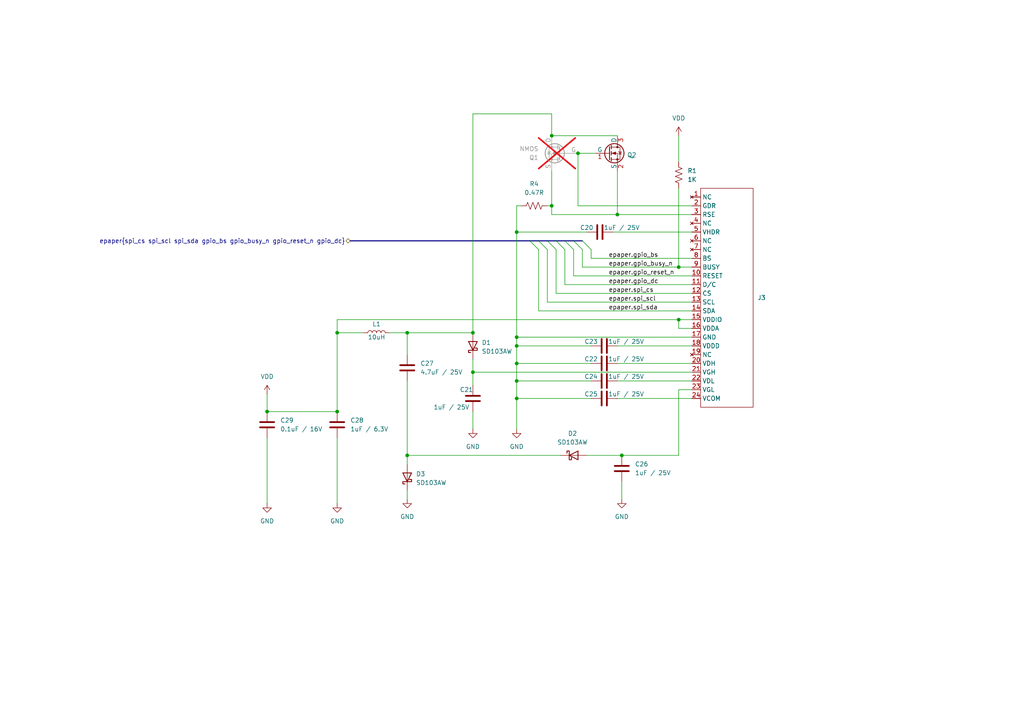
<source format=kicad_sch>
(kicad_sch (version 20231120) (generator "eeschema") (generator_version "8.0")
  (paper "A4")
  (title_block (title "Epaper Drive"))
  (lib_symbols
    (symbol "Device:C" (pin_numbers hide) (pin_names (offset 0.254))
      (property "Reference" "C" (at 0.635 2.54 0))
      (property "Value" "C" (at 0.635 -2.54 0))
      (symbol "C_0_1"
        (polyline (pts (xy -2.032 -0.762) (xy 2.032 -0.762)) (stroke (width 0.508)))
        (polyline (pts (xy -2.032 0.762) (xy 2.032 0.762)) (stroke (width 0.508)))
      )
      (symbol "C_1_1"
        (pin passive line (at 0 3.81 270) (length 2.794) (name "~") (number "1"))
        (pin passive line (at 0 -3.81 90) (length 2.794) (name "~") (number "2"))
      )
    )
    (symbol "Device:R_US" (pin_numbers hide) (pin_names (offset 0))
      (property "Reference" "R" (at 2.54 0 90))
      (property "Value" "R_US" (at -2.54 0 90))
      (symbol "R_US_0_1"
        (polyline (pts (xy 0 -2.286) (xy 0 -2.54)))
        (polyline (pts (xy 0 2.286) (xy 0 2.54)))
        (polyline (pts (xy 0 -0.762) (xy 1.016 -1.143) (xy 0 -1.524) (xy -1.016 -1.905) (xy 0 -2.286)))
        (polyline (pts (xy 0 0.762) (xy 1.016 0.381) (xy 0 0) (xy -1.016 -0.381) (xy 0 -0.762)))
        (polyline (pts (xy 0 2.286) (xy 1.016 1.905) (xy 0 1.524) (xy -1.016 1.143) (xy 0 0.762)))
      )
      (symbol "R_US_1_1"
        (pin passive line (at 0 3.81 270) (length 1.27) (name "~") (number "1"))
        (pin passive line (at 0 -3.81 90) (length 1.27) (name "~") (number "2"))
      )
    )
    (symbol "NoahDisplays:E2154QS0F1"
      (property "Reference" "U" (at 0 0 0))
      (symbol "E2154QS0F1_0_0"
        (pin no_connect line (at 0 0 0) (length 2.54) (name "NC") (number "1"))
        (pin input line (at 0 -22.86 0) (length 2.54) (name "RESET") (number "10"))
        (pin input line (at 0 -25.4 0) (length 2.54) (name "D/C") (number "11"))
        (pin input line (at 0 -27.94 0) (length 2.54) (name "CS") (number "12"))
        (pin input line (at 0 -30.48 0) (length 2.54) (name "SCL") (number "13"))
        (pin input line (at 0 -33.02 0) (length 2.54) (name "SDA") (number "14"))
        (pin power_in line (at 0 -35.56 0) (length 2.54) (name "VDDIO") (number "15"))
        (pin power_in line (at 0 -38.1 0) (length 2.54) (name "VDDA") (number "16"))
        (pin power_in line (at 0 -40.64 0) (length 2.54) (name "GND") (number "17"))
        (pin power_in line (at 0 -43.18 0) (length 2.54) (name "VDDD") (number "18"))
        (pin no_connect line (at 0 -45.72 0) (length 2.54) (name "NC") (number "19"))
        (pin input line (at 0 -2.54 0) (length 2.54) (name "GDR") (number "2"))
        (pin power_in line (at 0 -48.26 0) (length 2.54) (name "VDH") (number "20"))
        (pin power_in line (at 0 -50.8 0) (length 2.54) (name "VGH") (number "21"))
        (pin power_in line (at 0 -53.34 0) (length 2.54) (name "VDL") (number "22"))
        (pin power_in line (at 0 -55.88 0) (length 2.54) (name "VGL") (number "23"))
        (pin power_in line (at 0 -58.42 0) (length 2.54) (name "VCOM") (number "24"))
        (pin input line (at 0 -5.08 0) (length 2.54) (name "RSE") (number "3"))
        (pin no_connect line (at 0 -7.62 0) (length 2.54) (name "NC") (number "4"))
        (pin power_in line (at 0 -10.16 0) (length 2.54) (name "VHDR") (number "5"))
        (pin no_connect line (at 0 -12.7 0) (length 2.54) (name "NC") (number "6"))
        (pin no_connect line (at 0 -15.24 0) (length 2.54) (name "NC") (number "7"))
        (pin power_in line (at 0 -17.78 0) (length 2.54) (name "BS") (number "8"))
        (pin output line (at 0 -20.32 0) (length 2.54) (name "BUSY") (number "9"))
      )
      (symbol "E2154QS0F1_0_1"
        (rectangle (start 2.54 2.54) (end 17.78 -60.96))
      )
    )
    (symbol "NoahLibrary:MCH3478" (pin_numbers hide) (pin_names (offset 0))
      (property "Reference" "Q1" (at 6.35 1.27 0))
      (property "Value" "NMOS" (at 6.35 -1.27 0))
      (symbol "MCH3478_0_1"
        (polyline (pts (xy 0.254 0) (xy -2.54 0)))
        (polyline (pts (xy 0.254 1.905) (xy 0.254 -1.905)) (stroke (width 0.254)))
        (polyline (pts (xy 0.762 -1.27) (xy 0.762 -2.286)) (stroke (width 0.254)))
        (polyline (pts (xy 0.762 0.508) (xy 0.762 -0.508)) (stroke (width 0.254)))
        (polyline (pts (xy 0.762 2.286) (xy 0.762 1.27)) (stroke (width 0.254)))
        (polyline (pts (xy 2.54 2.54) (xy 2.54 1.778)))
        (polyline (pts (xy 2.54 -2.54) (xy 2.54 0) (xy 0.762 0)))
        (polyline (pts (xy 0.762 -1.778) (xy 3.302 -1.778) (xy 3.302 1.778) (xy 0.762 1.778)))
        (polyline (pts (xy 1.016 0) (xy 2.032 0.381) (xy 2.032 -0.381) (xy 1.016 0)) (fill (type outline)))
        (polyline (pts (xy 2.794 0.508) (xy 2.921 0.381) (xy 3.683 0.381) (xy 3.81 0.254)))
        (polyline (pts (xy 3.302 0.381) (xy 2.921 -0.254) (xy 3.683 -0.254) (xy 3.302 0.381)))
        (circle (center 1.651 0) (radius 2.794) (stroke (width 0.254)))
        (circle (center 2.54 -1.778) (radius 0.254) (fill (type outline)))
        (circle (center 2.54 1.778) (radius 0.254) (fill (type outline)))
      )
      (symbol "MCH3478_1_1"
        (pin passive line (at 2.54 5.08 270) (length 2.54) (name "D") (number "1"))
        (pin input line (at -5.08 0 0) (length 2.54) (name "G") (number "2"))
        (pin passive line (at 2.54 -5.08 90) (length 2.54) (name "S") (number "3"))
      )
    )
    (symbol "NoahLibrary:PJM02N60SA" (pin_names (offset 0))
      (property "Reference" "Q" (at 4.572 0 0))
      (symbol "PJM02N60SA_0_1"
        (polyline (pts (xy -1.016 0) (xy -3.81 0)))
        (polyline (pts (xy -1.016 1.905) (xy -1.016 -1.905)) (stroke (width 0.254)))
        (polyline (pts (xy -0.508 -1.27) (xy -0.508 -2.286)) (stroke (width 0.254)))
        (polyline (pts (xy -0.508 0.508) (xy -0.508 -0.508)) (stroke (width 0.254)))
        (polyline (pts (xy -0.508 2.286) (xy -0.508 1.27)) (stroke (width 0.254)))
        (polyline (pts (xy 1.27 2.54) (xy 1.27 1.778)))
        (polyline (pts (xy 1.27 -2.54) (xy 1.27 0) (xy -0.508 0)))
        (polyline (pts (xy -0.508 -1.778) (xy 2.032 -1.778) (xy 2.032 1.778) (xy -0.508 1.778)))
        (polyline (pts (xy -0.254 0) (xy 0.762 0.381) (xy 0.762 -0.381) (xy -0.254 0)) (fill (type outline)))
        (polyline (pts (xy 1.524 0.508) (xy 1.651 0.381) (xy 2.413 0.381) (xy 2.54 0.254)))
        (polyline (pts (xy 2.032 0.381) (xy 1.651 -0.254) (xy 2.413 -0.254) (xy 2.032 0.381)))
        (circle (center 0.381 0) (radius 2.794) (stroke (width 0.254)))
        (circle (center 1.27 -1.778) (radius 0.254) (fill (type outline)))
        (circle (center 1.27 1.778) (radius 0.254) (fill (type outline)))
      )
      (symbol "PJM02N60SA_1_1"
        (pin input line (at -5.08 0 0) (length 2.54) (name "G") (number "1"))
        (pin passive line (at 1.27 -5.08 90) (length 2.54) (name "S") (number "2"))
        (pin passive line (at 1.27 5.08 270) (length 2.54) (name "D") (number "3"))
      )
    )
    (symbol "NoahLibrary:SDR0302-100ML" (pin_numbers hide) (pin_names (offset 1.016) hide)
      (property "Reference" "L" (at -1.27 0 90))
      (property "Value" "L" (at 1.905 0 90))
      (symbol "SDR0302-100ML_0_1"
        (arc (start 0 -2.54) (mid 0.6323 -1.905) (end 0 -1.27))
        (arc (start 0 -1.27) (mid 0.6323 -0.635) (end 0 0))
        (arc (start 0 0) (mid 0.6323 0.635) (end 0 1.27))
        (arc (start 0 1.27) (mid 0.6323 1.905) (end 0 2.54))
      )
      (symbol "SDR0302-100ML_1_1"
        (pin passive line (at 0 3.81 270) (length 1.27) (name "1") (number "1"))
        (pin passive line (at 0 -3.81 90) (length 1.27) (name "2") (number "2"))
      )
    )
    (symbol "NoahLibrary:SS2040FL" (pin_numbers hide) (pin_names (offset 1.016) hide)
      (property "Reference" "D2" (at 0.9525 -2.54 90))
      (property "Value" "SS2040FL" (at -1.5875 -2.54 90))
      (symbol "SS2040FL_0_1"
        (polyline (pts (xy 1.27 0) (xy -1.27 0)))
        (polyline (pts (xy 1.27 1.27) (xy 1.27 -1.27) (xy -1.27 0) (xy 1.27 1.27)) (stroke (width 0.254)))
        (polyline (pts (xy -1.905 0.635) (xy -1.905 1.27) (xy -1.27 1.27) (xy -1.27 -1.27) (xy -0.635 -1.27) (xy -0.635 -0.635)) (stroke (width 0.254)))
      )
      (symbol "SS2040FL_1_1"
        (pin passive line (at -3.81 0 0) (length 2.54) (name "K") (number "1"))
        (pin passive line (at 3.81 0 180) (length 2.54) (name "A") (number "2"))
      )
    )
    (symbol "power:GND" (power) (pin_numbers hide) (pin_names (offset 0) hide)
      (property "Value" "GND" (at 0 -3.81 0))
      (symbol "GND_0_1"
        (polyline (pts (xy 0 0) (xy 0 -1.27) (xy 1.27 -1.27) (xy 0 -2.54) (xy -1.27 -1.27) (xy 0 -1.27)))
      )
      (symbol "GND_1_1"
        (pin power_in line (at 0 0 270) (length 0) (name "~") (number "1"))
      )
    )
    (symbol "power:VDD" (power) (pin_numbers hide) (pin_names (offset 0) hide)
      (property "Value" "VDD" (at 0 3.556 0))
      (symbol "VDD_0_1"
        (polyline (pts (xy -0.762 1.27) (xy 0 2.54)))
        (polyline (pts (xy 0 0) (xy 0 2.54)))
        (polyline (pts (xy 0 2.54) (xy 0.762 1.27)))
      )
      (symbol "VDD_1_1"
        (pin power_in line (at 0 0 90) (length 0) (name "~") (number "1"))
      )
    )
  )
  (junction (at 167.64 44.45))
  (junction (at 118.11 132.08))
  (junction (at 160.02 59.69))
  (junction (at 97.79 96.52))
  (junction (at 179.07 62.23))
  (junction (at 137.16 107.95))
  (junction (at 149.86 105.41))
  (junction (at 149.86 97.79))
  (junction (at 149.86 100.33))
  (junction (at 160.02 39.37))
  (junction (at 180.34 132.08))
  (junction (at 196.85 92.71))
  (junction (at 137.16 96.52))
  (junction (at 149.86 110.49))
  (junction (at 196.85 77.47))
  (junction (at 149.86 115.57))
  (junction (at 77.47 119.38))
  (junction (at 149.86 67.31))
  (junction (at 118.11 96.52))
  (junction (at 97.79 119.38))
  (bus_entry (at 168.91 69.85) (size 2.54 2.54))
  (bus_entry (at 161.29 69.85) (size 2.54 2.54))
  (bus_entry (at 156.21 69.85) (size 2.54 2.54))
  (bus_entry (at 158.75 69.85) (size 2.54 2.54))
  (bus_entry (at 163.83 69.85) (size 2.54 2.54))
  (bus_entry (at 153.67 69.85) (size 2.54 2.54))
  (bus_entry (at 166.37 69.85) (size 2.54 2.54))
  (wire (pts (xy 166.37 72.39) (xy 166.37 80.01)))
  (wire (pts (xy 177.8 67.31) (xy 200.66 67.31)))
  (bus (pts (xy 101.6 69.85) (xy 153.67 69.85)))
  (wire (pts (xy 170.18 132.08) (xy 180.34 132.08)))
  (wire (pts (xy 179.07 62.23) (xy 160.02 62.23)))
  (wire (pts (xy 118.11 102.87) (xy 118.11 96.52)))
  (wire (pts (xy 161.29 72.39) (xy 161.29 85.09)))
  (wire (pts (xy 113.03 96.52) (xy 118.11 96.52)))
  (wire (pts (xy 97.79 96.52) (xy 97.79 92.71)))
  (wire (pts (xy 179.07 100.33) (xy 200.66 100.33)))
  (wire (pts (xy 168.91 72.39) (xy 168.91 77.47)))
  (wire (pts (xy 149.86 105.41) (xy 149.86 110.49)))
  (wire (pts (xy 196.85 92.71) (xy 200.66 92.71)))
  (wire (pts (xy 118.11 142.24) (xy 118.11 144.78)))
  (wire (pts (xy 149.86 110.49) (xy 171.45 110.49)))
  (wire (pts (xy 118.11 134.62) (xy 118.11 132.08)))
  (wire (pts (xy 149.86 115.57) (xy 171.45 115.57)))
  (wire (pts (xy 137.16 119.38) (xy 137.16 124.46)))
  (wire (pts (xy 179.07 105.41) (xy 200.66 105.41)))
  (wire (pts (xy 160.02 39.37) (xy 179.07 39.37)))
  (wire (pts (xy 149.86 100.33) (xy 171.45 100.33)))
  (wire (pts (xy 156.21 72.39) (xy 156.21 90.17)))
  (wire (pts (xy 163.83 82.55) (xy 200.66 82.55)))
  (wire (pts (xy 149.86 67.31) (xy 149.86 97.79)))
  (wire (pts (xy 97.79 96.52) (xy 97.79 119.38)))
  (wire (pts (xy 196.85 54.61) (xy 196.85 77.47)))
  (wire (pts (xy 105.41 96.52) (xy 97.79 96.52)))
  (wire (pts (xy 167.64 44.45) (xy 172.72 44.45)))
  (wire (pts (xy 149.86 97.79) (xy 149.86 100.33)))
  (wire (pts (xy 196.85 113.03) (xy 196.85 132.08)))
  (bus (pts (xy 163.83 69.85) (xy 166.37 69.85)))
  (bus (pts (xy 166.37 69.85) (xy 168.91 69.85)))
  (wire (pts (xy 156.21 90.17) (xy 200.66 90.17)))
  (wire (pts (xy 149.86 59.69) (xy 151.13 59.69)))
  (wire (pts (xy 180.34 139.7) (xy 180.34 144.78)))
  (wire (pts (xy 77.47 119.38) (xy 97.79 119.38)))
  (wire (pts (xy 179.07 110.49) (xy 200.66 110.49)))
  (wire (pts (xy 196.85 95.25) (xy 200.66 95.25)))
  (wire (pts (xy 97.79 127) (xy 97.79 146.05)))
  (bus (pts (xy 158.75 69.85) (xy 161.29 69.85)))
  (wire (pts (xy 137.16 33.02) (xy 137.16 96.52)))
  (wire (pts (xy 137.16 107.95) (xy 200.66 107.95)))
  (wire (pts (xy 97.79 92.71) (xy 196.85 92.71)))
  (wire (pts (xy 118.11 96.52) (xy 137.16 96.52)))
  (wire (pts (xy 118.11 132.08) (xy 162.56 132.08)))
  (wire (pts (xy 200.66 113.03) (xy 196.85 113.03)))
  (wire (pts (xy 149.86 105.41) (xy 171.45 105.41)))
  (wire (pts (xy 166.37 80.01) (xy 200.66 80.01)))
  (wire (pts (xy 137.16 107.95) (xy 137.16 111.76)))
  (wire (pts (xy 158.75 87.63) (xy 200.66 87.63)))
  (bus (pts (xy 156.21 69.85) (xy 158.75 69.85)))
  (wire (pts (xy 158.75 59.69) (xy 160.02 59.69)))
  (wire (pts (xy 77.47 127) (xy 77.47 146.05)))
  (wire (pts (xy 137.16 33.02) (xy 160.02 33.02)))
  (wire (pts (xy 160.02 33.02) (xy 160.02 39.37)))
  (wire (pts (xy 149.86 110.49) (xy 149.86 115.57)))
  (wire (pts (xy 160.02 49.53) (xy 160.02 59.69)))
  (wire (pts (xy 196.85 39.37) (xy 196.85 46.99)))
  (wire (pts (xy 171.45 72.39) (xy 171.45 74.93)))
  (wire (pts (xy 168.91 77.47) (xy 196.85 77.47)))
  (wire (pts (xy 149.86 100.33) (xy 149.86 105.41)))
  (wire (pts (xy 179.07 49.53) (xy 179.07 62.23)))
  (wire (pts (xy 149.86 67.31) (xy 170.18 67.31)))
  (wire (pts (xy 196.85 92.71) (xy 196.85 95.25)))
  (wire (pts (xy 196.85 132.08) (xy 180.34 132.08)))
  (wire (pts (xy 77.47 114.3) (xy 77.47 119.38)))
  (wire (pts (xy 200.66 62.23) (xy 179.07 62.23)))
  (bus (pts (xy 161.29 69.85) (xy 163.83 69.85)))
  (wire (pts (xy 179.07 115.57) (xy 200.66 115.57)))
  (wire (pts (xy 161.29 85.09) (xy 200.66 85.09)))
  (wire (pts (xy 149.86 59.69) (xy 149.86 67.31)))
  (wire (pts (xy 158.75 72.39) (xy 158.75 87.63)))
  (wire (pts (xy 149.86 97.79) (xy 200.66 97.79)))
  (wire (pts (xy 160.02 62.23) (xy 160.02 59.69)))
  (wire (pts (xy 171.45 74.93) (xy 200.66 74.93)))
  (wire (pts (xy 149.86 115.57) (xy 149.86 124.46)))
  (wire (pts (xy 163.83 72.39) (xy 163.83 82.55)))
  (bus (pts (xy 153.67 69.85) (xy 156.21 69.85)))
  (wire (pts (xy 200.66 59.69) (xy 167.64 59.69)))
  (wire (pts (xy 118.11 110.49) (xy 118.11 132.08)))
  (wire (pts (xy 167.64 59.69) (xy 167.64 44.45)))
  (wire (pts (xy 137.16 104.14) (xy 137.16 107.95)))
  (wire (pts (xy 196.85 77.47) (xy 200.66 77.47)))
  (label "epaper.gpio_dc" (at 176.53 82.55 0))
  (label "epaper.spi_cs" (at 176.53 85.09 0))
  (label "epaper.gpio_busy_n" (at 176.53 77.47 0))
  (label "epaper.gpio_reset_n" (at 176.53 80.01 0))
  (label "epaper.gpio_bs" (at 176.53 74.93 0))
  (label "epaper.spi_sda" (at 176.53 90.17 0))
  (label "epaper.spi_scl" (at 176.53 87.63 0))
  (hierarchical_label "epaper{spi_cs spi_scl spi_sda gpio_bs gpio_busy_n gpio_reset_n gpio_dc}" (shape bidirectional) (at 101.6 69.85 180))
  (symbol (lib_id "Device:C") (at 173.99 67.31 90) (unit 1)
    (property "Reference" "C20" (at 170.18 66.04 90))
    (property "Value" "1uF / 25V" (at 180.34 66.04 90))
    (property "Footprint" "Capacitor_SMD:C_0603_1608Metric" (effects (hide yes)))
    (property "Description" "Unpolarized capacitor" (effects (hide yes)))
    (property "Link To Purchase" "https://www.mouser.com/ProductDetail/TDK/C1608X7R1E105K080AE?qs=nQSIdc08i%252BfyEFRFVNTRxQ%3D%3D" (effects (hide yes)))
    (property "Part Number" "CC0603KRX7R8BB105" (effects (hide yes)))
    (property "JLCPCB Part #" "C106858" (effects (hide yes)))
    (property "LCSC Part Number" "C106858" (effects (hide yes)))
  )
  (symbol (lib_id "Device:C") (at 137.16 115.57 180) (unit 1)
    (property "Reference" "C21" (at 133.35 113.03 0) (effects (justify right)))
    (property "Value" "1uF / 25V" (at 125.73 118.11 0) (effects (justify right)))
    (property "Footprint" "Capacitor_SMD:C_0603_1608Metric" (effects (hide yes)))
    (property "Description" "Unpolarized capacitor" (effects (hide yes)))
    (property "Link To Purchase" "https://www.mouser.com/ProductDetail/TDK/C1608X7R1E105K080AE?qs=nQSIdc08i%252BfyEFRFVNTRxQ%3D%3D" (effects (hide yes)))
    (property "Part Number" "CC0603KRX7R8BB105" (effects (hide yes)))
    (property "JLCPCB Part #" "C106858" (effects (hide yes)))
    (property "LCSC Part Number" "C106858" (effects (hide yes)))
  )
  (symbol (lib_id "power:VDD") (at 196.85 39.37 0) (unit 1)
    (property "Reference" "#PWR05" (effects (hide yes)))
    (property "Value" "VDD" (at 196.85 34.29 0))
    (property "Description" "Power symbol creates a global label with name \"VDD\"" (effects (hide yes)))
  )
  (symbol (lib_id "NoahLibrary:MCH3478") (at 162.56 44.45 0) (mirror y) (unit 1) (dnp yes)
    (property "Reference" "Q1" (at 156.21 45.72 0) (effects (justify left)))
    (property "Value" "NMOS" (at 156.21 43.18 0) (effects (justify left)))
    (property "Footprint" "Package_TO_SOT_SMD:SOT-323_SC-70" (effects (hide yes)))
    (property "Datasheet" "https://ngspice.sourceforge.io/docs/ngspice-manual.pdf" (effects (hide yes)))
    (property "Description" "N-MOSFET transistor, drain/source/gate" (effects (hide yes)))
    (property "Sim.Device" "NMOS" (effects (hide yes)))
    (property "Sim.Type" "VDMOS" (effects (hide yes)))
    (property "Sim.Pins" "1=D 2=G 3=S" (effects (hide yes)))
    (property "Part Number" "RTF016N05TL" (effects (hide yes)))
    (property "Link To Purchase" "https://www.mouser.com/ProductDetail/755-RTF016N05TL" (effects (hide yes)))
    (property "JLCPCB Part #" "C3282000" (effects (hide yes)))
    (property "LCSC Part Number" "C3282000" (effects (hide yes)))
  )
  (symbol (lib_id "power:GND") (at 137.16 124.46 0) (unit 1)
    (property "Reference" "#PWR017" (effects (hide yes)))
    (property "Value" "GND" (at 137.16 129.54 0))
    (property "Description" "Power symbol creates a global label with name \"GND\" , ground" (effects (hide yes)))
  )
  (symbol (lib_id "Device:C") (at 175.26 100.33 90) (unit 1)
    (property "Reference" "C23" (at 171.45 99.06 90))
    (property "Value" "1uF / 25V" (at 181.61 99.06 90))
    (property "Footprint" "Capacitor_SMD:C_0603_1608Metric" (effects (hide yes)))
    (property "Description" "Unpolarized capacitor" (effects (hide yes)))
    (property "Link To Purchase" "https://www.mouser.com/ProductDetail/TDK/C1608X7R1E105K080AE?qs=nQSIdc08i%252BfyEFRFVNTRxQ%3D%3D" (effects (hide yes)))
    (property "Part Number" "CC0603KRX7R8BB105" (effects (hide yes)))
    (property "JLCPCB Part #" "C106858" (effects (hide yes)))
    (property "LCSC Part Number" "C106858" (effects (hide yes)))
  )
  (symbol (lib_id "Device:C") (at 180.34 135.89 180) (unit 1)
    (property "Reference" "C26" (at 184.15 134.62 0) (effects (justify right)))
    (property "Value" "1uF / 25V" (at 184.15 137.16 0) (effects (justify right)))
    (property "Footprint" "Capacitor_SMD:C_0603_1608Metric" (effects (hide yes)))
    (property "Description" "Unpolarized capacitor" (effects (hide yes)))
    (property "Link To Purchase" "https://www.mouser.com/ProductDetail/TDK/C1608X7R1E105K080AE?qs=nQSIdc08i%252BfyEFRFVNTRxQ%3D%3D" (effects (hide yes)))
    (property "Part Number" "CC0603KRX7R8BB105" (effects (hide yes)))
    (property "JLCPCB Part #" "C106858" (effects (hide yes)))
    (property "LCSC Part Number" "C106858" (effects (hide yes)))
  )
  (symbol (lib_id "NoahLibrary:SS2040FL") (at 137.16 100.33 90) (unit 1)
    (property "Reference" "D1" (at 139.7 99.3775 90) (effects (justify right)))
    (property "Value" "SD103AW" (at 139.7 101.9175 90) (effects (justify right)))
    (property "Footprint" "Diode_SMD:D_SOD-123" (effects (hide yes)))
    (property "Description" "Schottky diode" (effects (hide yes)))
    (property "Part Number" "SD103AW" (effects (hide yes)))
    (property "JLCPCB Part #" "C181204" (effects (hide yes)))
    (property "LCSC Part Number" "C181204" (effects (hide yes)))
  )
  (symbol (lib_id "Device:C") (at 97.79 123.19 0) (unit 1)
    (property "Reference" "C28" (at 101.6 121.92 0) (effects (justify left)))
    (property "Value" "1uF / 6.3V" (at 101.6 124.46 0) (effects (justify left)))
    (property "Footprint" "Capacitor_SMD:C_0402_1005Metric" (effects (hide yes)))
    (property "Description" "Unpolarized capacitor" (effects (hide yes)))
    (property "Link To Purchase" "https://www.mouser.com/ProductDetail/KYOCERA-AVX/KGM05AR50J105KH?qs=Jm2GQyTW%2Fbh6d600MHZCfA%3D%3D" (effects (hide yes)))
    (property "Part Number" "C1005X5R105KCT" (effects (hide yes)))
    (property "JLCPCB Part #" "C258509" (effects (hide yes)))
    (property "LCSC Part Number" "C258509" (effects (hide yes)))
  )
  (symbol (lib_id "Device:R_US") (at 154.94 59.69 90) (unit 1)
    (property "Reference" "R4" (at 154.94 53.34 90))
    (property "Value" "0.47R" (at 154.94 55.88 90))
    (property "Footprint" "Resistor_SMD:R_0805_2012Metric" (effects (hide yes)))
    (property "Description" "Resistor, US symbol" (effects (hide yes)))
    (property "Link To Purchase" "https://www.mouser.com/ProductDetail/Panasonic/ERJ-U6QJR47V?qs=5aG0NVq1C4wLyK2PwyO%252BIA%3D%3D" (effects (hide yes)))
    (property "Part Number" "ERJ-U6QJR47V" (effects (hide yes)))
    (property "JLCPCB Part #" "C491238" (effects (hide yes)))
    (property "LCSC Part Number" "C491238" (effects (hide yes)))
  )
  (symbol (lib_id "NoahLibrary:SS2040FL") (at 166.37 132.08 0) (unit 1)
    (property "Reference" "D2" (at 166.0525 125.73 0))
    (property "Value" "SD103AW" (at 166.0525 128.27 0))
    (property "Footprint" "Diode_SMD:D_SOD-123" (effects (hide yes)))
    (property "Description" "Schottky diode" (effects (hide yes)))
    (property "Part Number" "SD103AW" (effects (hide yes)))
    (property "JLCPCB Part #" "C181204" (effects (hide yes)))
    (property "LCSC Part Number" "C181204" (effects (hide yes)))
  )
  (symbol (lib_id "Device:R_US") (at 196.85 50.8 180) (unit 1)
    (property "Reference" "R1" (at 199.39 49.53 0) (effects (justify right)))
    (property "Value" "1K" (at 199.39 52.07 0) (effects (justify right)))
    (property "Footprint" "Resistor_SMD:R_0603_1608Metric" (effects (hide yes)))
    (property "Description" "Resistor, US symbol" (effects (hide yes)))
    (property "Link To Purchase" "https://www.mouser.com/ProductDetail/Vishay-Dale/CRCW06031K00DHEBP?qs=sGAEpiMZZMtlubZbdhIBIEwnecvLzJsplaoLteA%252BENo%3D" (effects (hide yes)))
    (property "Part Number" "AC0603JR-071KL" (effects (hide yes)))
    (property "JLCPCB Part #" "C144622" (effects (hide yes)))
    (property "LCSC Part Number" "C144622" (effects (hide yes)))
  )
  (symbol (lib_id "NoahLibrary:SS2040FL") (at 118.11 138.43 90) (unit 1)
    (property "Reference" "D3" (at 120.65 137.4775 90) (effects (justify right)))
    (property "Value" "SD103AW" (at 120.65 140.0175 90) (effects (justify right)))
    (property "Footprint" "Diode_SMD:D_SOD-123" (effects (hide yes)))
    (property "Description" "Schottky diode" (effects (hide yes)))
    (property "Part Number" "SD103AW" (effects (hide yes)))
    (property "JLCPCB Part #" "C181204" (effects (hide yes)))
    (property "LCSC Part Number" "C181204" (effects (hide yes)))
  )
  (symbol (lib_id "power:GND") (at 77.47 146.05 0) (unit 1)
    (property "Reference" "#PWR021" (effects (hide yes)))
    (property "Value" "GND" (at 77.47 151.13 0))
    (property "Description" "Power symbol creates a global label with name \"GND\" , ground" (effects (hide yes)))
  )
  (symbol (lib_id "NoahLibrary:SDR0302-100ML") (at 109.22 96.52 90) (unit 1)
    (property "Reference" "L1" (at 109.22 93.98 90))
    (property "Value" "10uH" (at 109.22 97.79 90))
    (property "Footprint" "Inductor_SMD:L_Ferrocore_DLG-0302" (effects (hide yes)))
    (property "Description" "Inductor" (effects (hide yes)))
    (property "Link To Purchase" "https://www.mouser.com/ProductDetail/Bourns/SDR0302-100ML?qs=%2FPiZ59IM4y3hIwSiSJTdWg%3D%3D" (effects (hide yes)))
    (property "Part Number" "CD32YP0302-100M" (effects (hide yes)))
    (property "JLCPCB Part #" "C492261" (effects (hide yes)))
    (property "LCSC Part Number" "C492261" (effects (hide yes)))
  )
  (symbol (lib_id "power:VDD") (at 77.47 114.3 0) (unit 1)
    (property "Reference" "#PWR022" (effects (hide yes)))
    (property "Value" "VDD" (at 77.47 109.22 0))
    (property "Description" "Power symbol creates a global label with name \"VDD\"" (effects (hide yes)))
  )
  (symbol (lib_id "power:GND") (at 180.34 144.78 0) (unit 1)
    (property "Reference" "#PWR018" (effects (hide yes)))
    (property "Value" "GND" (at 180.34 149.86 0))
    (property "Description" "Power symbol creates a global label with name \"GND\" , ground" (effects (hide yes)))
  )
  (symbol (lib_id "Device:C") (at 175.26 105.41 90) (unit 1)
    (property "Reference" "C22" (at 171.45 104.14 90))
    (property "Value" "1uF / 25V" (at 181.61 104.14 90))
    (property "Footprint" "Capacitor_SMD:C_0603_1608Metric" (effects (hide yes)))
    (property "Description" "Unpolarized capacitor" (effects (hide yes)))
    (property "Link To Purchase" "https://www.mouser.com/ProductDetail/TDK/C1608X7R1E105K080AE?qs=nQSIdc08i%252BfyEFRFVNTRxQ%3D%3D" (effects (hide yes)))
    (property "Part Number" "CC0603KRX7R8BB105" (effects (hide yes)))
    (property "JLCPCB Part #" "C106858" (effects (hide yes)))
    (property "LCSC Part Number" "C106858" (effects (hide yes)))
  )
  (symbol (lib_id "power:GND") (at 149.86 124.46 0) (unit 1)
    (property "Reference" "#PWR016" (effects (hide yes)))
    (property "Value" "GND" (at 149.86 129.54 0))
    (property "Description" "Power symbol creates a global label with name \"GND\" , ground" (effects (hide yes)))
  )
  (symbol (lib_id "Device:C") (at 77.47 123.19 0) (unit 1)
    (property "Reference" "C29" (at 81.28 121.92 0) (effects (justify left)))
    (property "Value" "0.1uF / 16V" (at 81.28 124.46 0) (effects (justify left)))
    (property "Footprint" "Capacitor_SMD:C_0402_1005Metric" (effects (hide yes)))
    (property "Description" "Unpolarized capacitor" (effects (hide yes)))
    (property "Link To Purchase" "https://www.mouser.com/ProductDetail/TAIYO-YUDEN/MSASE063SB5104KFNA01?qs=tlsG%2FOw5FFjCNflFa%252BdvhA%3D%3D" (effects (hide yes)))
    (property "Part Number" "V105K0402X5R160NBT" (effects (hide yes)))
    (property "JLCPCB Part #" "C3009903" (effects (hide yes)))
    (property "LCSC Part Number" "C3009903" (effects (hide yes)))
  )
  (symbol (lib_id "NoahDisplays:E2154QS0F1") (at 200.66 57.15 0) (unit 1)
    (property "Reference" "J3" (at 219.71 86.36 0) (effects (justify left)))
    (property "Value" "~" (at 200.66 57.15 0))
    (property "Footprint" "NoahsFootprints:KH-FG0.5-H2.0-24PIN" (effects (hide yes)))
    (property "Datasheet" "https://www.mouser.com/datasheet/2/1089/Pervasive_display_7_7_2023_1P364_00_01_E2154QS0F1_-3225712.pdf; https://cdn.amphenol-cs.com/media/wysiwyg/files/drawing/f34g.pdf" (effects (hide yes)))
    (property "Link To Purchase" "https://www.mouser.com/ProductDetail/Pervasive-Displays/E2154QS0F1?qs=1Kr7Jg1SGW%2FIuaQ7Mtxwxg%3D%3D, https://www.mouser.com/ProductDetail/Amphenol-Aorora/F34G-1A7Q1-E8C24?qs=11PymoJGorK92cO6qHcfCw%3D%3D" (effects (hide yes)))
    (property "Part Number" "KH-FG0.5-H2.0-24PIN" (effects (hide yes)))
    (property "JLCPCB Part #" "C2797213" (effects (hide yes)))
    (property "LCSC Part Number" "C2797213" (effects (hide yes)))
  )
  (symbol (lib_id "NoahLibrary:PJM02N60SA") (at 177.8 44.45 0) (unit 1)
    (property "Reference" "Q2" (at 181.864 44.958 0) (effects (justify left)))
    (property "Value" "~" (at 182.88 45.72 0) (effects (justify left)))
    (property "Footprint" "Package_TO_SOT_SMD:SOT-23" (effects (hide yes)))
    (property "Description" "60V 2A 105mΩ@10V,3A 900mW N Channel SOT-23  MOSFETs ROHS" (effects (hide yes)))
    (property "Part Number" "PJM02N60SA" (effects (hide yes)))
    (property "JLCPCB Part #" "C2856840" (effects (hide yes)))
    (property "Manufacturer" "PJSEMI" (effects (hide yes)))
  )
  (symbol (lib_id "Device:C") (at 175.26 110.49 90) (unit 1)
    (property "Reference" "C24" (at 171.45 109.22 90))
    (property "Value" "1uF / 25V" (at 181.61 109.22 90))
    (property "Footprint" "Capacitor_SMD:C_0603_1608Metric" (effects (hide yes)))
    (property "Description" "Unpolarized capacitor" (effects (hide yes)))
    (property "Link To Purchase" "https://www.mouser.com/ProductDetail/TDK/C1608X7R1E105K080AE?qs=nQSIdc08i%252BfyEFRFVNTRxQ%3D%3D" (effects (hide yes)))
    (property "Part Number" "CC0603KRX7R8BB105" (effects (hide yes)))
    (property "JLCPCB Part #" "C106858" (effects (hide yes)))
    (property "LCSC Part Number" "C106858" (effects (hide yes)))
  )
  (symbol (lib_id "power:GND") (at 118.11 144.78 0) (unit 1)
    (property "Reference" "#PWR019" (effects (hide yes)))
    (property "Value" "GND" (at 118.11 149.86 0))
    (property "Description" "Power symbol creates a global label with name \"GND\" , ground" (effects (hide yes)))
  )
  (symbol (lib_id "Device:C") (at 175.26 115.57 90) (unit 1)
    (property "Reference" "C25" (at 171.45 114.3 90))
    (property "Value" "1uF / 25V" (at 181.61 114.3 90))
    (property "Footprint" "Capacitor_SMD:C_0603_1608Metric" (effects (hide yes)))
    (property "Description" "Unpolarized capacitor" (effects (hide yes)))
    (property "Link To Purchase" "https://www.mouser.com/ProductDetail/TDK/C1608X7R1E105K080AE?qs=nQSIdc08i%252BfyEFRFVNTRxQ%3D%3D" (effects (hide yes)))
    (property "Part Number" "CC0603KRX7R8BB105" (effects (hide yes)))
    (property "JLCPCB Part #" "C106858" (effects (hide yes)))
    (property "LCSC Part Number" "C106858" (effects (hide yes)))
  )
  (symbol (lib_id "Device:C") (at 118.11 106.68 0) (unit 1)
    (property "Reference" "C27" (at 121.92 105.41 0) (effects (justify left)))
    (property "Value" "4.7uF / 25V" (at 121.92 107.95 0) (effects (justify left)))
    (property "Footprint" "Capacitor_SMD:C_0603_1608Metric" (effects (hide yes)))
    (property "Description" "Unpolarized capacitor" (effects (hide yes)))
    (property "Link To Purchase" "https://www.mouser.com/ProductDetail/TDK/C1608X5R1E475K080AC?qs=dfay7wIA1uHUGZGvnFtOyQ%3D%3D" (effects (hide yes)))
    (property "Part Number" "C1608X5R1E475KT000E" (effects (hide yes)))
    (property "JLCPCB Part #" "C76615" (effects (hide yes)))
    (property "LCSC Part Number" "C76615" (effects (hide yes)))
  )
  (symbol (lib_id "power:GND") (at 97.79 146.05 0) (unit 1)
    (property "Reference" "#PWR020" (effects (hide yes)))
    (property "Value" "GND" (at 97.79 151.13 0))
    (property "Description" "Power symbol creates a global label with name \"GND\" , ground" (effects (hide yes)))
  )
)
</source>
